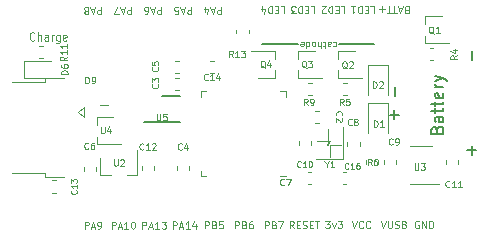
<source format=gbr>
G04 #@! TF.GenerationSoftware,KiCad,Pcbnew,(5.1.8-0-10_14)*
G04 #@! TF.CreationDate,2021-01-26T20:48:40-08:00*
G04 #@! TF.ProjectId,Compact,436f6d70-6163-4742-9e6b-696361645f70,rev?*
G04 #@! TF.SameCoordinates,Original*
G04 #@! TF.FileFunction,Legend,Top*
G04 #@! TF.FilePolarity,Positive*
%FSLAX46Y46*%
G04 Gerber Fmt 4.6, Leading zero omitted, Abs format (unit mm)*
G04 Created by KiCad (PCBNEW (5.1.8-0-10_14)) date 2021-01-26 20:48:40*
%MOMM*%
%LPD*%
G01*
G04 APERTURE LIST*
%ADD10C,0.110000*%
%ADD11C,0.150000*%
%ADD12C,0.100000*%
%ADD13C,0.120000*%
G04 APERTURE END LIST*
D10*
X127964285Y-92475000D02*
X127933333Y-92508333D01*
X127840476Y-92541666D01*
X127778571Y-92541666D01*
X127685714Y-92508333D01*
X127623809Y-92441666D01*
X127592857Y-92375000D01*
X127561904Y-92241666D01*
X127561904Y-92141666D01*
X127592857Y-92008333D01*
X127623809Y-91941666D01*
X127685714Y-91875000D01*
X127778571Y-91841666D01*
X127840476Y-91841666D01*
X127933333Y-91875000D01*
X127964285Y-91908333D01*
X128242857Y-92541666D02*
X128242857Y-91841666D01*
X128521428Y-92541666D02*
X128521428Y-92175000D01*
X128490476Y-92108333D01*
X128428571Y-92075000D01*
X128335714Y-92075000D01*
X128273809Y-92108333D01*
X128242857Y-92141666D01*
X129109523Y-92541666D02*
X129109523Y-92175000D01*
X129078571Y-92108333D01*
X129016666Y-92075000D01*
X128892857Y-92075000D01*
X128830952Y-92108333D01*
X129109523Y-92508333D02*
X129047619Y-92541666D01*
X128892857Y-92541666D01*
X128830952Y-92508333D01*
X128800000Y-92441666D01*
X128800000Y-92375000D01*
X128830952Y-92308333D01*
X128892857Y-92275000D01*
X129047619Y-92275000D01*
X129109523Y-92241666D01*
X129419047Y-92541666D02*
X129419047Y-92075000D01*
X129419047Y-92208333D02*
X129450000Y-92141666D01*
X129480952Y-92108333D01*
X129542857Y-92075000D01*
X129604761Y-92075000D01*
X130100000Y-92075000D02*
X130100000Y-92641666D01*
X130069047Y-92708333D01*
X130038095Y-92741666D01*
X129976190Y-92775000D01*
X129883333Y-92775000D01*
X129821428Y-92741666D01*
X130100000Y-92508333D02*
X130038095Y-92541666D01*
X129914285Y-92541666D01*
X129852380Y-92508333D01*
X129821428Y-92475000D01*
X129790476Y-92408333D01*
X129790476Y-92208333D01*
X129821428Y-92141666D01*
X129852380Y-92108333D01*
X129914285Y-92075000D01*
X130038095Y-92075000D01*
X130100000Y-92108333D01*
X130657142Y-92508333D02*
X130595238Y-92541666D01*
X130471428Y-92541666D01*
X130409523Y-92508333D01*
X130378571Y-92441666D01*
X130378571Y-92175000D01*
X130409523Y-92108333D01*
X130471428Y-92075000D01*
X130595238Y-92075000D01*
X130657142Y-92108333D01*
X130688095Y-92175000D01*
X130688095Y-92241666D01*
X130378571Y-92308333D01*
D11*
X150275000Y-92800000D02*
X147250000Y-92800000D01*
X153750000Y-92800000D02*
X156750000Y-92800000D01*
D12*
X153257142Y-92652380D02*
X153309523Y-92626190D01*
X153414285Y-92626190D01*
X153466666Y-92652380D01*
X153492857Y-92678571D01*
X153519047Y-92730952D01*
X153519047Y-92888095D01*
X153492857Y-92940476D01*
X153466666Y-92966666D01*
X153414285Y-92992857D01*
X153309523Y-92992857D01*
X153257142Y-92966666D01*
X152785714Y-92626190D02*
X152785714Y-92914285D01*
X152811904Y-92966666D01*
X152864285Y-92992857D01*
X152969047Y-92992857D01*
X153021428Y-92966666D01*
X152785714Y-92652380D02*
X152838095Y-92626190D01*
X152969047Y-92626190D01*
X153021428Y-92652380D01*
X153047619Y-92704761D01*
X153047619Y-92757142D01*
X153021428Y-92809523D01*
X152969047Y-92835714D01*
X152838095Y-92835714D01*
X152785714Y-92861904D01*
X152602380Y-92992857D02*
X152392857Y-92992857D01*
X152523809Y-93176190D02*
X152523809Y-92704761D01*
X152497619Y-92652380D01*
X152445238Y-92626190D01*
X152392857Y-92626190D01*
X152209523Y-92626190D02*
X152209523Y-93176190D01*
X151973809Y-92626190D02*
X151973809Y-92914285D01*
X152000000Y-92966666D01*
X152052380Y-92992857D01*
X152130952Y-92992857D01*
X152183333Y-92966666D01*
X152209523Y-92940476D01*
X151633333Y-92626190D02*
X151685714Y-92652380D01*
X151711904Y-92678571D01*
X151738095Y-92730952D01*
X151738095Y-92888095D01*
X151711904Y-92940476D01*
X151685714Y-92966666D01*
X151633333Y-92992857D01*
X151554761Y-92992857D01*
X151502380Y-92966666D01*
X151476190Y-92940476D01*
X151450000Y-92888095D01*
X151450000Y-92730952D01*
X151476190Y-92678571D01*
X151502380Y-92652380D01*
X151554761Y-92626190D01*
X151633333Y-92626190D01*
X150978571Y-92626190D02*
X150978571Y-93176190D01*
X150978571Y-92652380D02*
X151030952Y-92626190D01*
X151135714Y-92626190D01*
X151188095Y-92652380D01*
X151214285Y-92678571D01*
X151240476Y-92730952D01*
X151240476Y-92888095D01*
X151214285Y-92940476D01*
X151188095Y-92966666D01*
X151135714Y-92992857D01*
X151030952Y-92992857D01*
X150978571Y-92966666D01*
X150507142Y-92652380D02*
X150559523Y-92626190D01*
X150664285Y-92626190D01*
X150716666Y-92652380D01*
X150742857Y-92704761D01*
X150742857Y-92914285D01*
X150716666Y-92966666D01*
X150664285Y-92992857D01*
X150559523Y-92992857D01*
X150507142Y-92966666D01*
X150480952Y-92914285D01*
X150480952Y-92861904D01*
X150742857Y-92809523D01*
D11*
X164996428Y-94205952D02*
X164996428Y-93444047D01*
X164619047Y-101846428D02*
X165380952Y-101846428D01*
X165000000Y-102227380D02*
X165000000Y-101465476D01*
X152825000Y-101425000D02*
X153025000Y-101025000D01*
D12*
X152825000Y-101025000D02*
X152825000Y-100025000D01*
X151925000Y-101025000D02*
X152825000Y-101025000D01*
X153025000Y-101425000D02*
X153025000Y-102425000D01*
X153925000Y-101425000D02*
X153025000Y-101425000D01*
D13*
X159442857Y-89957857D02*
X159357142Y-89929285D01*
X159328571Y-89900714D01*
X159300000Y-89843571D01*
X159300000Y-89757857D01*
X159328571Y-89700714D01*
X159357142Y-89672142D01*
X159414285Y-89643571D01*
X159642857Y-89643571D01*
X159642857Y-90243571D01*
X159442857Y-90243571D01*
X159385714Y-90215000D01*
X159357142Y-90186428D01*
X159328571Y-90129285D01*
X159328571Y-90072142D01*
X159357142Y-90015000D01*
X159385714Y-89986428D01*
X159442857Y-89957857D01*
X159642857Y-89957857D01*
X159071428Y-89815000D02*
X158785714Y-89815000D01*
X159128571Y-89643571D02*
X158928571Y-90243571D01*
X158728571Y-89643571D01*
X158614285Y-90243571D02*
X158271428Y-90243571D01*
X158442857Y-89643571D02*
X158442857Y-90243571D01*
X158157142Y-90243571D02*
X157814285Y-90243571D01*
X157985714Y-89643571D02*
X157985714Y-90243571D01*
X157614285Y-89872142D02*
X157157142Y-89872142D01*
X157385714Y-89643571D02*
X157385714Y-90100714D01*
X156411428Y-89643571D02*
X156697142Y-89643571D01*
X156697142Y-90243571D01*
X156211428Y-89957857D02*
X156011428Y-89957857D01*
X155925714Y-89643571D02*
X156211428Y-89643571D01*
X156211428Y-90243571D01*
X155925714Y-90243571D01*
X155668571Y-89643571D02*
X155668571Y-90243571D01*
X155525714Y-90243571D01*
X155440000Y-90215000D01*
X155382857Y-90157857D01*
X155354285Y-90100714D01*
X155325714Y-89986428D01*
X155325714Y-89900714D01*
X155354285Y-89786428D01*
X155382857Y-89729285D01*
X155440000Y-89672142D01*
X155525714Y-89643571D01*
X155668571Y-89643571D01*
X154754285Y-89643571D02*
X155097142Y-89643571D01*
X154925714Y-89643571D02*
X154925714Y-90243571D01*
X154982857Y-90157857D01*
X155040000Y-90100714D01*
X155097142Y-90072142D01*
X153921428Y-89643571D02*
X154207142Y-89643571D01*
X154207142Y-90243571D01*
X153721428Y-89957857D02*
X153521428Y-89957857D01*
X153435714Y-89643571D02*
X153721428Y-89643571D01*
X153721428Y-90243571D01*
X153435714Y-90243571D01*
X153178571Y-89643571D02*
X153178571Y-90243571D01*
X153035714Y-90243571D01*
X152950000Y-90215000D01*
X152892857Y-90157857D01*
X152864285Y-90100714D01*
X152835714Y-89986428D01*
X152835714Y-89900714D01*
X152864285Y-89786428D01*
X152892857Y-89729285D01*
X152950000Y-89672142D01*
X153035714Y-89643571D01*
X153178571Y-89643571D01*
X152607142Y-90186428D02*
X152578571Y-90215000D01*
X152521428Y-90243571D01*
X152378571Y-90243571D01*
X152321428Y-90215000D01*
X152292857Y-90186428D01*
X152264285Y-90129285D01*
X152264285Y-90072142D01*
X152292857Y-89986428D01*
X152635714Y-89643571D01*
X152264285Y-89643571D01*
X151351428Y-89643571D02*
X151637142Y-89643571D01*
X151637142Y-90243571D01*
X151151428Y-89957857D02*
X150951428Y-89957857D01*
X150865714Y-89643571D02*
X151151428Y-89643571D01*
X151151428Y-90243571D01*
X150865714Y-90243571D01*
X150608571Y-89643571D02*
X150608571Y-90243571D01*
X150465714Y-90243571D01*
X150380000Y-90215000D01*
X150322857Y-90157857D01*
X150294285Y-90100714D01*
X150265714Y-89986428D01*
X150265714Y-89900714D01*
X150294285Y-89786428D01*
X150322857Y-89729285D01*
X150380000Y-89672142D01*
X150465714Y-89643571D01*
X150608571Y-89643571D01*
X150065714Y-90243571D02*
X149694285Y-90243571D01*
X149894285Y-90015000D01*
X149808571Y-90015000D01*
X149751428Y-89986428D01*
X149722857Y-89957857D01*
X149694285Y-89900714D01*
X149694285Y-89757857D01*
X149722857Y-89700714D01*
X149751428Y-89672142D01*
X149808571Y-89643571D01*
X149980000Y-89643571D01*
X150037142Y-89672142D01*
X150065714Y-89700714D01*
X148821428Y-89643571D02*
X149107142Y-89643571D01*
X149107142Y-90243571D01*
X148621428Y-89957857D02*
X148421428Y-89957857D01*
X148335714Y-89643571D02*
X148621428Y-89643571D01*
X148621428Y-90243571D01*
X148335714Y-90243571D01*
X148078571Y-89643571D02*
X148078571Y-90243571D01*
X147935714Y-90243571D01*
X147850000Y-90215000D01*
X147792857Y-90157857D01*
X147764285Y-90100714D01*
X147735714Y-89986428D01*
X147735714Y-89900714D01*
X147764285Y-89786428D01*
X147792857Y-89729285D01*
X147850000Y-89672142D01*
X147935714Y-89643571D01*
X148078571Y-89643571D01*
X147221428Y-90043571D02*
X147221428Y-89643571D01*
X147364285Y-90272142D02*
X147507142Y-89843571D01*
X147135714Y-89843571D01*
X132200000Y-108471428D02*
X132200000Y-107871428D01*
X132428571Y-107871428D01*
X132485714Y-107900000D01*
X132514285Y-107928571D01*
X132542857Y-107985714D01*
X132542857Y-108071428D01*
X132514285Y-108128571D01*
X132485714Y-108157142D01*
X132428571Y-108185714D01*
X132200000Y-108185714D01*
X132771428Y-108300000D02*
X133057142Y-108300000D01*
X132714285Y-108471428D02*
X132914285Y-107871428D01*
X133114285Y-108471428D01*
X133342857Y-108471428D02*
X133457142Y-108471428D01*
X133514285Y-108442857D01*
X133542857Y-108414285D01*
X133600000Y-108328571D01*
X133628571Y-108214285D01*
X133628571Y-107985714D01*
X133600000Y-107928571D01*
X133571428Y-107900000D01*
X133514285Y-107871428D01*
X133400000Y-107871428D01*
X133342857Y-107900000D01*
X133314285Y-107928571D01*
X133285714Y-107985714D01*
X133285714Y-108128571D01*
X133314285Y-108185714D01*
X133342857Y-108214285D01*
X133400000Y-108242857D01*
X133514285Y-108242857D01*
X133571428Y-108214285D01*
X133600000Y-108185714D01*
X133628571Y-108128571D01*
X134484285Y-108471428D02*
X134484285Y-107871428D01*
X134712857Y-107871428D01*
X134770000Y-107900000D01*
X134798571Y-107928571D01*
X134827142Y-107985714D01*
X134827142Y-108071428D01*
X134798571Y-108128571D01*
X134770000Y-108157142D01*
X134712857Y-108185714D01*
X134484285Y-108185714D01*
X135055714Y-108300000D02*
X135341428Y-108300000D01*
X134998571Y-108471428D02*
X135198571Y-107871428D01*
X135398571Y-108471428D01*
X135912857Y-108471428D02*
X135570000Y-108471428D01*
X135741428Y-108471428D02*
X135741428Y-107871428D01*
X135684285Y-107957142D01*
X135627142Y-108014285D01*
X135570000Y-108042857D01*
X136284285Y-107871428D02*
X136341428Y-107871428D01*
X136398571Y-107900000D01*
X136427142Y-107928571D01*
X136455714Y-107985714D01*
X136484285Y-108100000D01*
X136484285Y-108242857D01*
X136455714Y-108357142D01*
X136427142Y-108414285D01*
X136398571Y-108442857D01*
X136341428Y-108471428D01*
X136284285Y-108471428D01*
X136227142Y-108442857D01*
X136198571Y-108414285D01*
X136170000Y-108357142D01*
X136141428Y-108242857D01*
X136141428Y-108100000D01*
X136170000Y-107985714D01*
X136198571Y-107928571D01*
X136227142Y-107900000D01*
X136284285Y-107871428D01*
X137094285Y-108471428D02*
X137094285Y-107871428D01*
X137322857Y-107871428D01*
X137380000Y-107900000D01*
X137408571Y-107928571D01*
X137437142Y-107985714D01*
X137437142Y-108071428D01*
X137408571Y-108128571D01*
X137380000Y-108157142D01*
X137322857Y-108185714D01*
X137094285Y-108185714D01*
X137665714Y-108300000D02*
X137951428Y-108300000D01*
X137608571Y-108471428D02*
X137808571Y-107871428D01*
X138008571Y-108471428D01*
X138522857Y-108471428D02*
X138180000Y-108471428D01*
X138351428Y-108471428D02*
X138351428Y-107871428D01*
X138294285Y-107957142D01*
X138237142Y-108014285D01*
X138180000Y-108042857D01*
X138722857Y-107871428D02*
X139094285Y-107871428D01*
X138894285Y-108100000D01*
X138980000Y-108100000D01*
X139037142Y-108128571D01*
X139065714Y-108157142D01*
X139094285Y-108214285D01*
X139094285Y-108357142D01*
X139065714Y-108414285D01*
X139037142Y-108442857D01*
X138980000Y-108471428D01*
X138808571Y-108471428D01*
X138751428Y-108442857D01*
X138722857Y-108414285D01*
X160482857Y-107850000D02*
X160425714Y-107821428D01*
X160340000Y-107821428D01*
X160254285Y-107850000D01*
X160197142Y-107907142D01*
X160168571Y-107964285D01*
X160140000Y-108078571D01*
X160140000Y-108164285D01*
X160168571Y-108278571D01*
X160197142Y-108335714D01*
X160254285Y-108392857D01*
X160340000Y-108421428D01*
X160397142Y-108421428D01*
X160482857Y-108392857D01*
X160511428Y-108364285D01*
X160511428Y-108164285D01*
X160397142Y-108164285D01*
X160768571Y-108421428D02*
X160768571Y-107821428D01*
X161111428Y-108421428D01*
X161111428Y-107821428D01*
X161397142Y-108421428D02*
X161397142Y-107821428D01*
X161540000Y-107821428D01*
X161625714Y-107850000D01*
X161682857Y-107907142D01*
X161711428Y-107964285D01*
X161740000Y-108078571D01*
X161740000Y-108164285D01*
X161711428Y-108278571D01*
X161682857Y-108335714D01*
X161625714Y-108392857D01*
X161540000Y-108421428D01*
X161397142Y-108421428D01*
X143765000Y-89683571D02*
X143765000Y-90283571D01*
X143536428Y-90283571D01*
X143479285Y-90255000D01*
X143450714Y-90226428D01*
X143422142Y-90169285D01*
X143422142Y-90083571D01*
X143450714Y-90026428D01*
X143479285Y-89997857D01*
X143536428Y-89969285D01*
X143765000Y-89969285D01*
X143193571Y-89855000D02*
X142907857Y-89855000D01*
X143250714Y-89683571D02*
X143050714Y-90283571D01*
X142850714Y-89683571D01*
X142393571Y-90083571D02*
X142393571Y-89683571D01*
X142536428Y-90312142D02*
X142679285Y-89883571D01*
X142307857Y-89883571D01*
X141235000Y-89683571D02*
X141235000Y-90283571D01*
X141006428Y-90283571D01*
X140949285Y-90255000D01*
X140920714Y-90226428D01*
X140892142Y-90169285D01*
X140892142Y-90083571D01*
X140920714Y-90026428D01*
X140949285Y-89997857D01*
X141006428Y-89969285D01*
X141235000Y-89969285D01*
X140663571Y-89855000D02*
X140377857Y-89855000D01*
X140720714Y-89683571D02*
X140520714Y-90283571D01*
X140320714Y-89683571D01*
X139835000Y-90283571D02*
X140120714Y-90283571D01*
X140149285Y-89997857D01*
X140120714Y-90026428D01*
X140063571Y-90055000D01*
X139920714Y-90055000D01*
X139863571Y-90026428D01*
X139835000Y-89997857D01*
X139806428Y-89940714D01*
X139806428Y-89797857D01*
X139835000Y-89740714D01*
X139863571Y-89712142D01*
X139920714Y-89683571D01*
X140063571Y-89683571D01*
X140120714Y-89712142D01*
X140149285Y-89740714D01*
X138685000Y-89683571D02*
X138685000Y-90283571D01*
X138456428Y-90283571D01*
X138399285Y-90255000D01*
X138370714Y-90226428D01*
X138342142Y-90169285D01*
X138342142Y-90083571D01*
X138370714Y-90026428D01*
X138399285Y-89997857D01*
X138456428Y-89969285D01*
X138685000Y-89969285D01*
X138113571Y-89855000D02*
X137827857Y-89855000D01*
X138170714Y-89683571D02*
X137970714Y-90283571D01*
X137770714Y-89683571D01*
X137313571Y-90283571D02*
X137427857Y-90283571D01*
X137485000Y-90255000D01*
X137513571Y-90226428D01*
X137570714Y-90140714D01*
X137599285Y-90026428D01*
X137599285Y-89797857D01*
X137570714Y-89740714D01*
X137542142Y-89712142D01*
X137485000Y-89683571D01*
X137370714Y-89683571D01*
X137313571Y-89712142D01*
X137285000Y-89740714D01*
X137256428Y-89797857D01*
X137256428Y-89940714D01*
X137285000Y-89997857D01*
X137313571Y-90026428D01*
X137370714Y-90055000D01*
X137485000Y-90055000D01*
X137542142Y-90026428D01*
X137570714Y-89997857D01*
X137599285Y-89940714D01*
X136145000Y-89683571D02*
X136145000Y-90283571D01*
X135916428Y-90283571D01*
X135859285Y-90255000D01*
X135830714Y-90226428D01*
X135802142Y-90169285D01*
X135802142Y-90083571D01*
X135830714Y-90026428D01*
X135859285Y-89997857D01*
X135916428Y-89969285D01*
X136145000Y-89969285D01*
X135573571Y-89855000D02*
X135287857Y-89855000D01*
X135630714Y-89683571D02*
X135430714Y-90283571D01*
X135230714Y-89683571D01*
X135087857Y-90283571D02*
X134687857Y-90283571D01*
X134945000Y-89683571D01*
X133605000Y-89683571D02*
X133605000Y-90283571D01*
X133376428Y-90283571D01*
X133319285Y-90255000D01*
X133290714Y-90226428D01*
X133262142Y-90169285D01*
X133262142Y-90083571D01*
X133290714Y-90026428D01*
X133319285Y-89997857D01*
X133376428Y-89969285D01*
X133605000Y-89969285D01*
X133033571Y-89855000D02*
X132747857Y-89855000D01*
X133090714Y-89683571D02*
X132890714Y-90283571D01*
X132690714Y-89683571D01*
X132405000Y-90026428D02*
X132462142Y-90055000D01*
X132490714Y-90083571D01*
X132519285Y-90140714D01*
X132519285Y-90169285D01*
X132490714Y-90226428D01*
X132462142Y-90255000D01*
X132405000Y-90283571D01*
X132290714Y-90283571D01*
X132233571Y-90255000D01*
X132205000Y-90226428D01*
X132176428Y-90169285D01*
X132176428Y-90140714D01*
X132205000Y-90083571D01*
X132233571Y-90055000D01*
X132290714Y-90026428D01*
X132405000Y-90026428D01*
X132462142Y-89997857D01*
X132490714Y-89969285D01*
X132519285Y-89912142D01*
X132519285Y-89797857D01*
X132490714Y-89740714D01*
X132462142Y-89712142D01*
X132405000Y-89683571D01*
X132290714Y-89683571D01*
X132233571Y-89712142D01*
X132205000Y-89740714D01*
X132176428Y-89797857D01*
X132176428Y-89912142D01*
X132205000Y-89969285D01*
X132233571Y-89997857D01*
X132290714Y-90026428D01*
X157290000Y-107821428D02*
X157490000Y-108421428D01*
X157690000Y-107821428D01*
X157890000Y-107821428D02*
X157890000Y-108307142D01*
X157918571Y-108364285D01*
X157947142Y-108392857D01*
X158004285Y-108421428D01*
X158118571Y-108421428D01*
X158175714Y-108392857D01*
X158204285Y-108364285D01*
X158232857Y-108307142D01*
X158232857Y-107821428D01*
X158490000Y-108392857D02*
X158575714Y-108421428D01*
X158718571Y-108421428D01*
X158775714Y-108392857D01*
X158804285Y-108364285D01*
X158832857Y-108307142D01*
X158832857Y-108250000D01*
X158804285Y-108192857D01*
X158775714Y-108164285D01*
X158718571Y-108135714D01*
X158604285Y-108107142D01*
X158547142Y-108078571D01*
X158518571Y-108050000D01*
X158490000Y-107992857D01*
X158490000Y-107935714D01*
X158518571Y-107878571D01*
X158547142Y-107850000D01*
X158604285Y-107821428D01*
X158747142Y-107821428D01*
X158832857Y-107850000D01*
X159290000Y-108107142D02*
X159375714Y-108135714D01*
X159404285Y-108164285D01*
X159432857Y-108221428D01*
X159432857Y-108307142D01*
X159404285Y-108364285D01*
X159375714Y-108392857D01*
X159318571Y-108421428D01*
X159090000Y-108421428D01*
X159090000Y-107821428D01*
X159290000Y-107821428D01*
X159347142Y-107850000D01*
X159375714Y-107878571D01*
X159404285Y-107935714D01*
X159404285Y-107992857D01*
X159375714Y-108050000D01*
X159347142Y-108078571D01*
X159290000Y-108107142D01*
X159090000Y-108107142D01*
X154830000Y-107821428D02*
X155030000Y-108421428D01*
X155230000Y-107821428D01*
X155772857Y-108364285D02*
X155744285Y-108392857D01*
X155658571Y-108421428D01*
X155601428Y-108421428D01*
X155515714Y-108392857D01*
X155458571Y-108335714D01*
X155430000Y-108278571D01*
X155401428Y-108164285D01*
X155401428Y-108078571D01*
X155430000Y-107964285D01*
X155458571Y-107907142D01*
X155515714Y-107850000D01*
X155601428Y-107821428D01*
X155658571Y-107821428D01*
X155744285Y-107850000D01*
X155772857Y-107878571D01*
X156372857Y-108364285D02*
X156344285Y-108392857D01*
X156258571Y-108421428D01*
X156201428Y-108421428D01*
X156115714Y-108392857D01*
X156058571Y-108335714D01*
X156030000Y-108278571D01*
X156001428Y-108164285D01*
X156001428Y-108078571D01*
X156030000Y-107964285D01*
X156058571Y-107907142D01*
X156115714Y-107850000D01*
X156201428Y-107821428D01*
X156258571Y-107821428D01*
X156344285Y-107850000D01*
X156372857Y-107878571D01*
X152595714Y-107821428D02*
X152967142Y-107821428D01*
X152767142Y-108050000D01*
X152852857Y-108050000D01*
X152910000Y-108078571D01*
X152938571Y-108107142D01*
X152967142Y-108164285D01*
X152967142Y-108307142D01*
X152938571Y-108364285D01*
X152910000Y-108392857D01*
X152852857Y-108421428D01*
X152681428Y-108421428D01*
X152624285Y-108392857D01*
X152595714Y-108364285D01*
X153167142Y-108021428D02*
X153310000Y-108421428D01*
X153452857Y-108021428D01*
X153624285Y-107821428D02*
X153995714Y-107821428D01*
X153795714Y-108050000D01*
X153881428Y-108050000D01*
X153938571Y-108078571D01*
X153967142Y-108107142D01*
X153995714Y-108164285D01*
X153995714Y-108307142D01*
X153967142Y-108364285D01*
X153938571Y-108392857D01*
X153881428Y-108421428D01*
X153710000Y-108421428D01*
X153652857Y-108392857D01*
X153624285Y-108364285D01*
X149898571Y-108431428D02*
X149698571Y-108145714D01*
X149555714Y-108431428D02*
X149555714Y-107831428D01*
X149784285Y-107831428D01*
X149841428Y-107860000D01*
X149870000Y-107888571D01*
X149898571Y-107945714D01*
X149898571Y-108031428D01*
X149870000Y-108088571D01*
X149841428Y-108117142D01*
X149784285Y-108145714D01*
X149555714Y-108145714D01*
X150155714Y-108117142D02*
X150355714Y-108117142D01*
X150441428Y-108431428D02*
X150155714Y-108431428D01*
X150155714Y-107831428D01*
X150441428Y-107831428D01*
X150670000Y-108402857D02*
X150755714Y-108431428D01*
X150898571Y-108431428D01*
X150955714Y-108402857D01*
X150984285Y-108374285D01*
X151012857Y-108317142D01*
X151012857Y-108260000D01*
X150984285Y-108202857D01*
X150955714Y-108174285D01*
X150898571Y-108145714D01*
X150784285Y-108117142D01*
X150727142Y-108088571D01*
X150698571Y-108060000D01*
X150670000Y-108002857D01*
X150670000Y-107945714D01*
X150698571Y-107888571D01*
X150727142Y-107860000D01*
X150784285Y-107831428D01*
X150927142Y-107831428D01*
X151012857Y-107860000D01*
X151270000Y-108117142D02*
X151470000Y-108117142D01*
X151555714Y-108431428D02*
X151270000Y-108431428D01*
X151270000Y-107831428D01*
X151555714Y-107831428D01*
X151727142Y-107831428D02*
X152070000Y-107831428D01*
X151898571Y-108431428D02*
X151898571Y-107831428D01*
X147467142Y-108441428D02*
X147467142Y-107841428D01*
X147695714Y-107841428D01*
X147752857Y-107870000D01*
X147781428Y-107898571D01*
X147810000Y-107955714D01*
X147810000Y-108041428D01*
X147781428Y-108098571D01*
X147752857Y-108127142D01*
X147695714Y-108155714D01*
X147467142Y-108155714D01*
X148267142Y-108127142D02*
X148352857Y-108155714D01*
X148381428Y-108184285D01*
X148410000Y-108241428D01*
X148410000Y-108327142D01*
X148381428Y-108384285D01*
X148352857Y-108412857D01*
X148295714Y-108441428D01*
X148067142Y-108441428D01*
X148067142Y-107841428D01*
X148267142Y-107841428D01*
X148324285Y-107870000D01*
X148352857Y-107898571D01*
X148381428Y-107955714D01*
X148381428Y-108012857D01*
X148352857Y-108070000D01*
X148324285Y-108098571D01*
X148267142Y-108127142D01*
X148067142Y-108127142D01*
X148610000Y-107841428D02*
X149010000Y-107841428D01*
X148752857Y-108441428D01*
X144947142Y-108451428D02*
X144947142Y-107851428D01*
X145175714Y-107851428D01*
X145232857Y-107880000D01*
X145261428Y-107908571D01*
X145290000Y-107965714D01*
X145290000Y-108051428D01*
X145261428Y-108108571D01*
X145232857Y-108137142D01*
X145175714Y-108165714D01*
X144947142Y-108165714D01*
X145747142Y-108137142D02*
X145832857Y-108165714D01*
X145861428Y-108194285D01*
X145890000Y-108251428D01*
X145890000Y-108337142D01*
X145861428Y-108394285D01*
X145832857Y-108422857D01*
X145775714Y-108451428D01*
X145547142Y-108451428D01*
X145547142Y-107851428D01*
X145747142Y-107851428D01*
X145804285Y-107880000D01*
X145832857Y-107908571D01*
X145861428Y-107965714D01*
X145861428Y-108022857D01*
X145832857Y-108080000D01*
X145804285Y-108108571D01*
X145747142Y-108137142D01*
X145547142Y-108137142D01*
X146404285Y-107851428D02*
X146290000Y-107851428D01*
X146232857Y-107880000D01*
X146204285Y-107908571D01*
X146147142Y-107994285D01*
X146118571Y-108108571D01*
X146118571Y-108337142D01*
X146147142Y-108394285D01*
X146175714Y-108422857D01*
X146232857Y-108451428D01*
X146347142Y-108451428D01*
X146404285Y-108422857D01*
X146432857Y-108394285D01*
X146461428Y-108337142D01*
X146461428Y-108194285D01*
X146432857Y-108137142D01*
X146404285Y-108108571D01*
X146347142Y-108080000D01*
X146232857Y-108080000D01*
X146175714Y-108108571D01*
X146147142Y-108137142D01*
X146118571Y-108194285D01*
X142407142Y-108451428D02*
X142407142Y-107851428D01*
X142635714Y-107851428D01*
X142692857Y-107880000D01*
X142721428Y-107908571D01*
X142750000Y-107965714D01*
X142750000Y-108051428D01*
X142721428Y-108108571D01*
X142692857Y-108137142D01*
X142635714Y-108165714D01*
X142407142Y-108165714D01*
X143207142Y-108137142D02*
X143292857Y-108165714D01*
X143321428Y-108194285D01*
X143350000Y-108251428D01*
X143350000Y-108337142D01*
X143321428Y-108394285D01*
X143292857Y-108422857D01*
X143235714Y-108451428D01*
X143007142Y-108451428D01*
X143007142Y-107851428D01*
X143207142Y-107851428D01*
X143264285Y-107880000D01*
X143292857Y-107908571D01*
X143321428Y-107965714D01*
X143321428Y-108022857D01*
X143292857Y-108080000D01*
X143264285Y-108108571D01*
X143207142Y-108137142D01*
X143007142Y-108137142D01*
X143892857Y-107851428D02*
X143607142Y-107851428D01*
X143578571Y-108137142D01*
X143607142Y-108108571D01*
X143664285Y-108080000D01*
X143807142Y-108080000D01*
X143864285Y-108108571D01*
X143892857Y-108137142D01*
X143921428Y-108194285D01*
X143921428Y-108337142D01*
X143892857Y-108394285D01*
X143864285Y-108422857D01*
X143807142Y-108451428D01*
X143664285Y-108451428D01*
X143607142Y-108422857D01*
X143578571Y-108394285D01*
X139664285Y-108461428D02*
X139664285Y-107861428D01*
X139892857Y-107861428D01*
X139950000Y-107890000D01*
X139978571Y-107918571D01*
X140007142Y-107975714D01*
X140007142Y-108061428D01*
X139978571Y-108118571D01*
X139950000Y-108147142D01*
X139892857Y-108175714D01*
X139664285Y-108175714D01*
X140235714Y-108290000D02*
X140521428Y-108290000D01*
X140178571Y-108461428D02*
X140378571Y-107861428D01*
X140578571Y-108461428D01*
X141092857Y-108461428D02*
X140750000Y-108461428D01*
X140921428Y-108461428D02*
X140921428Y-107861428D01*
X140864285Y-107947142D01*
X140807142Y-108004285D01*
X140750000Y-108032857D01*
X141607142Y-108061428D02*
X141607142Y-108461428D01*
X141464285Y-107832857D02*
X141321428Y-108261428D01*
X141692857Y-108261428D01*
X133220000Y-99670000D02*
X133220000Y-99010000D01*
X133220000Y-101330000D02*
X133220000Y-100670000D01*
X133220000Y-101330000D02*
X135250000Y-101330000D01*
X134630000Y-99010000D02*
X133220000Y-99010000D01*
X133510000Y-98025000D02*
X134210000Y-98025000D01*
X157925000Y-97825000D02*
X157925000Y-100375000D01*
X156225000Y-97825000D02*
X156225000Y-100375000D01*
X157925000Y-97825000D02*
X156225000Y-97825000D01*
X157925000Y-94625000D02*
X157925000Y-97175000D01*
X156225000Y-94625000D02*
X156225000Y-97175000D01*
X157925000Y-94625000D02*
X156225000Y-94625000D01*
D11*
X137250000Y-99475000D02*
X140250000Y-99475000D01*
X138750000Y-97225000D02*
X140250000Y-97225000D01*
D13*
X142515000Y-104035000D02*
X142040000Y-104035000D01*
X142040000Y-104035000D02*
X142040000Y-103560000D01*
X148785000Y-96815000D02*
X149260000Y-96815000D01*
X149260000Y-96815000D02*
X149260000Y-97290000D01*
X142515000Y-96815000D02*
X142040000Y-96815000D01*
X142040000Y-96815000D02*
X142040000Y-97290000D01*
X148785000Y-104035000D02*
X149260000Y-104035000D01*
X153695000Y-94075000D02*
X153695000Y-93415000D01*
X153695000Y-95735000D02*
X153695000Y-95075000D01*
X153695000Y-95735000D02*
X155725000Y-95735000D01*
X155105000Y-93415000D02*
X153695000Y-93415000D01*
X145065000Y-91937779D02*
X145065000Y-91612221D01*
X146085000Y-91937779D02*
X146085000Y-91612221D01*
X151112221Y-96115000D02*
X151437779Y-96115000D01*
X151112221Y-97135000D02*
X151437779Y-97135000D01*
X154407779Y-97135000D02*
X154082221Y-97135000D01*
X154407779Y-96115000D02*
X154082221Y-96115000D01*
X161417221Y-93160000D02*
X161742779Y-93160000D01*
X161417221Y-94180000D02*
X161742779Y-94180000D01*
X148330000Y-95075000D02*
X148330000Y-95735000D01*
X148330000Y-93415000D02*
X148330000Y-94075000D01*
X148330000Y-93415000D02*
X146300000Y-93415000D01*
X146920000Y-95735000D02*
X148330000Y-95735000D01*
X150270000Y-94075000D02*
X150270000Y-93415000D01*
X150270000Y-95735000D02*
X150270000Y-95075000D01*
X150270000Y-95735000D02*
X152300000Y-95735000D01*
X151680000Y-93415000D02*
X150270000Y-93415000D01*
X161060000Y-91130000D02*
X161060000Y-90470000D01*
X161060000Y-92790000D02*
X161060000Y-92130000D01*
X161060000Y-92790000D02*
X163090000Y-92790000D01*
X162470000Y-90470000D02*
X161060000Y-90470000D01*
X161590000Y-101490000D02*
X159790000Y-101490000D01*
X159790000Y-104710000D02*
X162240000Y-104710000D01*
X128387221Y-93005000D02*
X128712779Y-93005000D01*
X128387221Y-94025000D02*
X128712779Y-94025000D01*
X157085000Y-102662221D02*
X157085000Y-102987779D01*
X156065000Y-102662221D02*
X156065000Y-102987779D01*
X129350000Y-94240000D02*
X127065000Y-94240000D01*
X127065000Y-94240000D02*
X127065000Y-95710000D01*
X127065000Y-95710000D02*
X129350000Y-95710000D01*
X163835000Y-102642221D02*
X163835000Y-102967779D01*
X162815000Y-102642221D02*
X162815000Y-102967779D01*
X158560000Y-102662221D02*
X158560000Y-102987779D01*
X157540000Y-102662221D02*
X157540000Y-102987779D01*
X140040000Y-103512779D02*
X140040000Y-103187221D01*
X141060000Y-103512779D02*
X141060000Y-103187221D01*
X137080000Y-103512779D02*
X137080000Y-103187221D01*
X138100000Y-103512779D02*
X138100000Y-103187221D01*
X151775000Y-102575000D02*
X154075000Y-102575000D01*
X154075000Y-102575000D02*
X154075000Y-99875000D01*
X133525000Y-103955000D02*
X134455000Y-103955000D01*
X136685000Y-103955000D02*
X135755000Y-103955000D01*
X136685000Y-103955000D02*
X136685000Y-101795000D01*
X133525000Y-103955000D02*
X133525000Y-102495000D01*
X128890000Y-95755000D02*
X130440000Y-95755000D01*
X128890000Y-95755000D02*
X128890000Y-96055000D01*
X126090000Y-96055000D02*
X128890000Y-96055000D01*
X128890000Y-104055000D02*
X130440000Y-104055000D01*
X128890000Y-103755000D02*
X128890000Y-104055000D01*
X126090000Y-103755000D02*
X128890000Y-103755000D01*
X132140000Y-99005000D02*
X131690000Y-98605000D01*
X132140000Y-98205000D02*
X132140000Y-99005000D01*
X131690000Y-98605000D02*
X132140000Y-98205000D01*
X154047221Y-103655000D02*
X154372779Y-103655000D01*
X154047221Y-104675000D02*
X154372779Y-104675000D01*
X143187779Y-95260000D02*
X142862221Y-95260000D01*
X143187779Y-94240000D02*
X142862221Y-94240000D01*
X129762779Y-104390000D02*
X129437221Y-104390000D01*
X129762779Y-105410000D02*
X129437221Y-105410000D01*
X151385000Y-101087221D02*
X151385000Y-101412779D01*
X150365000Y-101087221D02*
X150365000Y-101412779D01*
X155485000Y-101462779D02*
X155485000Y-101137221D01*
X154465000Y-101462779D02*
X154465000Y-101137221D01*
X151412779Y-104680000D02*
X151087221Y-104680000D01*
X151412779Y-103660000D02*
X151087221Y-103660000D01*
X132115000Y-103562779D02*
X132115000Y-103237221D01*
X133135000Y-103562779D02*
X133135000Y-103237221D01*
X139887221Y-94240000D02*
X140212779Y-94240000D01*
X139887221Y-95260000D02*
X140212779Y-95260000D01*
X139887221Y-95700000D02*
X140212779Y-95700000D01*
X139887221Y-96720000D02*
X140212779Y-96720000D01*
X151712221Y-98515000D02*
X152037779Y-98515000D01*
X151712221Y-99535000D02*
X152037779Y-99535000D01*
D12*
X133580952Y-99843809D02*
X133580952Y-100289047D01*
X133607142Y-100341428D01*
X133633333Y-100367619D01*
X133685714Y-100393809D01*
X133790476Y-100393809D01*
X133842857Y-100367619D01*
X133869047Y-100341428D01*
X133895238Y-100289047D01*
X133895238Y-99843809D01*
X134392857Y-100027142D02*
X134392857Y-100393809D01*
X134261904Y-99817619D02*
X134130952Y-100210476D01*
X134471428Y-100210476D01*
X132269047Y-96173809D02*
X132269047Y-95623809D01*
X132400000Y-95623809D01*
X132478571Y-95650000D01*
X132530952Y-95702380D01*
X132557142Y-95754761D01*
X132583333Y-95859523D01*
X132583333Y-95938095D01*
X132557142Y-96042857D01*
X132530952Y-96095238D01*
X132478571Y-96147619D01*
X132400000Y-96173809D01*
X132269047Y-96173809D01*
X132845238Y-96173809D02*
X132950000Y-96173809D01*
X133002380Y-96147619D01*
X133028571Y-96121428D01*
X133080952Y-96042857D01*
X133107142Y-95938095D01*
X133107142Y-95728571D01*
X133080952Y-95676190D01*
X133054761Y-95650000D01*
X133002380Y-95623809D01*
X132897619Y-95623809D01*
X132845238Y-95650000D01*
X132819047Y-95676190D01*
X132792857Y-95728571D01*
X132792857Y-95859523D01*
X132819047Y-95911904D01*
X132845238Y-95938095D01*
X132897619Y-95964285D01*
X133002380Y-95964285D01*
X133054761Y-95938095D01*
X133080952Y-95911904D01*
X133107142Y-95859523D01*
D11*
X162038571Y-100086428D02*
X162086190Y-99943571D01*
X162133809Y-99895952D01*
X162229047Y-99848333D01*
X162371904Y-99848333D01*
X162467142Y-99895952D01*
X162514761Y-99943571D01*
X162562380Y-100038809D01*
X162562380Y-100419761D01*
X161562380Y-100419761D01*
X161562380Y-100086428D01*
X161610000Y-99991190D01*
X161657619Y-99943571D01*
X161752857Y-99895952D01*
X161848095Y-99895952D01*
X161943333Y-99943571D01*
X161990952Y-99991190D01*
X162038571Y-100086428D01*
X162038571Y-100419761D01*
X162562380Y-98991190D02*
X162038571Y-98991190D01*
X161943333Y-99038809D01*
X161895714Y-99134047D01*
X161895714Y-99324523D01*
X161943333Y-99419761D01*
X162514761Y-98991190D02*
X162562380Y-99086428D01*
X162562380Y-99324523D01*
X162514761Y-99419761D01*
X162419523Y-99467380D01*
X162324285Y-99467380D01*
X162229047Y-99419761D01*
X162181428Y-99324523D01*
X162181428Y-99086428D01*
X162133809Y-98991190D01*
X161895714Y-98657857D02*
X161895714Y-98276904D01*
X161562380Y-98515000D02*
X162419523Y-98515000D01*
X162514761Y-98467380D01*
X162562380Y-98372142D01*
X162562380Y-98276904D01*
X161895714Y-98086428D02*
X161895714Y-97705476D01*
X161562380Y-97943571D02*
X162419523Y-97943571D01*
X162514761Y-97895952D01*
X162562380Y-97800714D01*
X162562380Y-97705476D01*
X162514761Y-96991190D02*
X162562380Y-97086428D01*
X162562380Y-97276904D01*
X162514761Y-97372142D01*
X162419523Y-97419761D01*
X162038571Y-97419761D01*
X161943333Y-97372142D01*
X161895714Y-97276904D01*
X161895714Y-97086428D01*
X161943333Y-96991190D01*
X162038571Y-96943571D01*
X162133809Y-96943571D01*
X162229047Y-97419761D01*
X162562380Y-96515000D02*
X161895714Y-96515000D01*
X162086190Y-96515000D02*
X161990952Y-96467380D01*
X161943333Y-96419761D01*
X161895714Y-96324523D01*
X161895714Y-96229285D01*
X161895714Y-95991190D02*
X162562380Y-95753095D01*
X161895714Y-95515000D02*
X162562380Y-95753095D01*
X162800476Y-95848333D01*
X162848095Y-95895952D01*
X162895714Y-95991190D01*
X158431428Y-99220952D02*
X158431428Y-98459047D01*
X158812380Y-98840000D02*
X158050476Y-98840000D01*
X158506428Y-97220952D02*
X158506428Y-96459047D01*
D12*
X156694047Y-99848809D02*
X156694047Y-99298809D01*
X156825000Y-99298809D01*
X156903571Y-99325000D01*
X156955952Y-99377380D01*
X156982142Y-99429761D01*
X157008333Y-99534523D01*
X157008333Y-99613095D01*
X156982142Y-99717857D01*
X156955952Y-99770238D01*
X156903571Y-99822619D01*
X156825000Y-99848809D01*
X156694047Y-99848809D01*
X157532142Y-99848809D02*
X157217857Y-99848809D01*
X157375000Y-99848809D02*
X157375000Y-99298809D01*
X157322619Y-99377380D01*
X157270238Y-99429761D01*
X157217857Y-99455952D01*
X156619047Y-96548809D02*
X156619047Y-95998809D01*
X156750000Y-95998809D01*
X156828571Y-96025000D01*
X156880952Y-96077380D01*
X156907142Y-96129761D01*
X156933333Y-96234523D01*
X156933333Y-96313095D01*
X156907142Y-96417857D01*
X156880952Y-96470238D01*
X156828571Y-96522619D01*
X156750000Y-96548809D01*
X156619047Y-96548809D01*
X157142857Y-96051190D02*
X157169047Y-96025000D01*
X157221428Y-95998809D01*
X157352380Y-95998809D01*
X157404761Y-96025000D01*
X157430952Y-96051190D01*
X157457142Y-96103571D01*
X157457142Y-96155952D01*
X157430952Y-96234523D01*
X157116666Y-96548809D01*
X157457142Y-96548809D01*
X138305952Y-98748809D02*
X138305952Y-99194047D01*
X138332142Y-99246428D01*
X138358333Y-99272619D01*
X138410714Y-99298809D01*
X138515476Y-99298809D01*
X138567857Y-99272619D01*
X138594047Y-99246428D01*
X138620238Y-99194047D01*
X138620238Y-98748809D01*
X139144047Y-98748809D02*
X138882142Y-98748809D01*
X138855952Y-99010714D01*
X138882142Y-98984523D01*
X138934523Y-98958333D01*
X139065476Y-98958333D01*
X139117857Y-98984523D01*
X139144047Y-99010714D01*
X139170238Y-99063095D01*
X139170238Y-99194047D01*
X139144047Y-99246428D01*
X139117857Y-99272619D01*
X139065476Y-99298809D01*
X138934523Y-99298809D01*
X138882142Y-99272619D01*
X138855952Y-99246428D01*
X154422619Y-94906190D02*
X154370238Y-94880000D01*
X154317857Y-94827619D01*
X154239285Y-94749047D01*
X154186904Y-94722857D01*
X154134523Y-94722857D01*
X154160714Y-94853809D02*
X154108333Y-94827619D01*
X154055952Y-94775238D01*
X154029761Y-94670476D01*
X154029761Y-94487142D01*
X154055952Y-94382380D01*
X154108333Y-94330000D01*
X154160714Y-94303809D01*
X154265476Y-94303809D01*
X154317857Y-94330000D01*
X154370238Y-94382380D01*
X154396428Y-94487142D01*
X154396428Y-94670476D01*
X154370238Y-94775238D01*
X154317857Y-94827619D01*
X154265476Y-94853809D01*
X154160714Y-94853809D01*
X154605952Y-94356190D02*
X154632142Y-94330000D01*
X154684523Y-94303809D01*
X154815476Y-94303809D01*
X154867857Y-94330000D01*
X154894047Y-94356190D01*
X154920238Y-94408571D01*
X154920238Y-94460952D01*
X154894047Y-94539523D01*
X154579761Y-94853809D01*
X154920238Y-94853809D01*
X144771428Y-93948809D02*
X144588095Y-93686904D01*
X144457142Y-93948809D02*
X144457142Y-93398809D01*
X144666666Y-93398809D01*
X144719047Y-93425000D01*
X144745238Y-93451190D01*
X144771428Y-93503571D01*
X144771428Y-93582142D01*
X144745238Y-93634523D01*
X144719047Y-93660714D01*
X144666666Y-93686904D01*
X144457142Y-93686904D01*
X145295238Y-93948809D02*
X144980952Y-93948809D01*
X145138095Y-93948809D02*
X145138095Y-93398809D01*
X145085714Y-93477380D01*
X145033333Y-93529761D01*
X144980952Y-93555952D01*
X145478571Y-93398809D02*
X145819047Y-93398809D01*
X145635714Y-93608333D01*
X145714285Y-93608333D01*
X145766666Y-93634523D01*
X145792857Y-93660714D01*
X145819047Y-93713095D01*
X145819047Y-93844047D01*
X145792857Y-93896428D01*
X145766666Y-93922619D01*
X145714285Y-93948809D01*
X145557142Y-93948809D01*
X145504761Y-93922619D01*
X145478571Y-93896428D01*
X151083333Y-97998809D02*
X150900000Y-97736904D01*
X150769047Y-97998809D02*
X150769047Y-97448809D01*
X150978571Y-97448809D01*
X151030952Y-97475000D01*
X151057142Y-97501190D01*
X151083333Y-97553571D01*
X151083333Y-97632142D01*
X151057142Y-97684523D01*
X151030952Y-97710714D01*
X150978571Y-97736904D01*
X150769047Y-97736904D01*
X151345238Y-97998809D02*
X151450000Y-97998809D01*
X151502380Y-97972619D01*
X151528571Y-97946428D01*
X151580952Y-97867857D01*
X151607142Y-97763095D01*
X151607142Y-97553571D01*
X151580952Y-97501190D01*
X151554761Y-97475000D01*
X151502380Y-97448809D01*
X151397619Y-97448809D01*
X151345238Y-97475000D01*
X151319047Y-97501190D01*
X151292857Y-97553571D01*
X151292857Y-97684523D01*
X151319047Y-97736904D01*
X151345238Y-97763095D01*
X151397619Y-97789285D01*
X151502380Y-97789285D01*
X151554761Y-97763095D01*
X151580952Y-97736904D01*
X151607142Y-97684523D01*
X154133333Y-97998809D02*
X153950000Y-97736904D01*
X153819047Y-97998809D02*
X153819047Y-97448809D01*
X154028571Y-97448809D01*
X154080952Y-97475000D01*
X154107142Y-97501190D01*
X154133333Y-97553571D01*
X154133333Y-97632142D01*
X154107142Y-97684523D01*
X154080952Y-97710714D01*
X154028571Y-97736904D01*
X153819047Y-97736904D01*
X154630952Y-97448809D02*
X154369047Y-97448809D01*
X154342857Y-97710714D01*
X154369047Y-97684523D01*
X154421428Y-97658333D01*
X154552380Y-97658333D01*
X154604761Y-97684523D01*
X154630952Y-97710714D01*
X154657142Y-97763095D01*
X154657142Y-97894047D01*
X154630952Y-97946428D01*
X154604761Y-97972619D01*
X154552380Y-97998809D01*
X154421428Y-97998809D01*
X154369047Y-97972619D01*
X154342857Y-97946428D01*
X163723809Y-93791666D02*
X163461904Y-93975000D01*
X163723809Y-94105952D02*
X163173809Y-94105952D01*
X163173809Y-93896428D01*
X163200000Y-93844047D01*
X163226190Y-93817857D01*
X163278571Y-93791666D01*
X163357142Y-93791666D01*
X163409523Y-93817857D01*
X163435714Y-93844047D01*
X163461904Y-93896428D01*
X163461904Y-94105952D01*
X163357142Y-93320238D02*
X163723809Y-93320238D01*
X163147619Y-93451190D02*
X163540476Y-93582142D01*
X163540476Y-93241666D01*
X147497619Y-94846190D02*
X147445238Y-94820000D01*
X147392857Y-94767619D01*
X147314285Y-94689047D01*
X147261904Y-94662857D01*
X147209523Y-94662857D01*
X147235714Y-94793809D02*
X147183333Y-94767619D01*
X147130952Y-94715238D01*
X147104761Y-94610476D01*
X147104761Y-94427142D01*
X147130952Y-94322380D01*
X147183333Y-94270000D01*
X147235714Y-94243809D01*
X147340476Y-94243809D01*
X147392857Y-94270000D01*
X147445238Y-94322380D01*
X147471428Y-94427142D01*
X147471428Y-94610476D01*
X147445238Y-94715238D01*
X147392857Y-94767619D01*
X147340476Y-94793809D01*
X147235714Y-94793809D01*
X147942857Y-94427142D02*
X147942857Y-94793809D01*
X147811904Y-94217619D02*
X147680952Y-94610476D01*
X148021428Y-94610476D01*
X150997619Y-94856190D02*
X150945238Y-94830000D01*
X150892857Y-94777619D01*
X150814285Y-94699047D01*
X150761904Y-94672857D01*
X150709523Y-94672857D01*
X150735714Y-94803809D02*
X150683333Y-94777619D01*
X150630952Y-94725238D01*
X150604761Y-94620476D01*
X150604761Y-94437142D01*
X150630952Y-94332380D01*
X150683333Y-94280000D01*
X150735714Y-94253809D01*
X150840476Y-94253809D01*
X150892857Y-94280000D01*
X150945238Y-94332380D01*
X150971428Y-94437142D01*
X150971428Y-94620476D01*
X150945238Y-94725238D01*
X150892857Y-94777619D01*
X150840476Y-94803809D01*
X150735714Y-94803809D01*
X151154761Y-94253809D02*
X151495238Y-94253809D01*
X151311904Y-94463333D01*
X151390476Y-94463333D01*
X151442857Y-94489523D01*
X151469047Y-94515714D01*
X151495238Y-94568095D01*
X151495238Y-94699047D01*
X151469047Y-94751428D01*
X151442857Y-94777619D01*
X151390476Y-94803809D01*
X151233333Y-94803809D01*
X151180952Y-94777619D01*
X151154761Y-94751428D01*
X161767619Y-91961190D02*
X161715238Y-91935000D01*
X161662857Y-91882619D01*
X161584285Y-91804047D01*
X161531904Y-91777857D01*
X161479523Y-91777857D01*
X161505714Y-91908809D02*
X161453333Y-91882619D01*
X161400952Y-91830238D01*
X161374761Y-91725476D01*
X161374761Y-91542142D01*
X161400952Y-91437380D01*
X161453333Y-91385000D01*
X161505714Y-91358809D01*
X161610476Y-91358809D01*
X161662857Y-91385000D01*
X161715238Y-91437380D01*
X161741428Y-91542142D01*
X161741428Y-91725476D01*
X161715238Y-91830238D01*
X161662857Y-91882619D01*
X161610476Y-91908809D01*
X161505714Y-91908809D01*
X162265238Y-91908809D02*
X161950952Y-91908809D01*
X162108095Y-91908809D02*
X162108095Y-91358809D01*
X162055714Y-91437380D01*
X162003333Y-91489761D01*
X161950952Y-91515952D01*
X160145952Y-102948809D02*
X160145952Y-103394047D01*
X160172142Y-103446428D01*
X160198333Y-103472619D01*
X160250714Y-103498809D01*
X160355476Y-103498809D01*
X160407857Y-103472619D01*
X160434047Y-103446428D01*
X160460238Y-103394047D01*
X160460238Y-102948809D01*
X160669761Y-102948809D02*
X161010238Y-102948809D01*
X160826904Y-103158333D01*
X160905476Y-103158333D01*
X160957857Y-103184523D01*
X160984047Y-103210714D01*
X161010238Y-103263095D01*
X161010238Y-103394047D01*
X160984047Y-103446428D01*
X160957857Y-103472619D01*
X160905476Y-103498809D01*
X160748333Y-103498809D01*
X160695952Y-103472619D01*
X160669761Y-103446428D01*
X130688809Y-93898571D02*
X130426904Y-94081904D01*
X130688809Y-94212857D02*
X130138809Y-94212857D01*
X130138809Y-94003333D01*
X130165000Y-93950952D01*
X130191190Y-93924761D01*
X130243571Y-93898571D01*
X130322142Y-93898571D01*
X130374523Y-93924761D01*
X130400714Y-93950952D01*
X130426904Y-94003333D01*
X130426904Y-94212857D01*
X130688809Y-93374761D02*
X130688809Y-93689047D01*
X130688809Y-93531904D02*
X130138809Y-93531904D01*
X130217380Y-93584285D01*
X130269761Y-93636666D01*
X130295952Y-93689047D01*
X130688809Y-92850952D02*
X130688809Y-93165238D01*
X130688809Y-93008095D02*
X130138809Y-93008095D01*
X130217380Y-93060476D01*
X130269761Y-93112857D01*
X130295952Y-93165238D01*
X156501666Y-103071190D02*
X156335000Y-102833095D01*
X156215952Y-103071190D02*
X156215952Y-102571190D01*
X156406428Y-102571190D01*
X156454047Y-102595000D01*
X156477857Y-102618809D01*
X156501666Y-102666428D01*
X156501666Y-102737857D01*
X156477857Y-102785476D01*
X156454047Y-102809285D01*
X156406428Y-102833095D01*
X156215952Y-102833095D01*
X156930238Y-102571190D02*
X156835000Y-102571190D01*
X156787380Y-102595000D01*
X156763571Y-102618809D01*
X156715952Y-102690238D01*
X156692142Y-102785476D01*
X156692142Y-102975952D01*
X156715952Y-103023571D01*
X156739761Y-103047380D01*
X156787380Y-103071190D01*
X156882619Y-103071190D01*
X156930238Y-103047380D01*
X156954047Y-103023571D01*
X156977857Y-102975952D01*
X156977857Y-102856904D01*
X156954047Y-102809285D01*
X156930238Y-102785476D01*
X156882619Y-102761666D01*
X156787380Y-102761666D01*
X156739761Y-102785476D01*
X156715952Y-102809285D01*
X156692142Y-102856904D01*
X130768809Y-95380952D02*
X130218809Y-95380952D01*
X130218809Y-95250000D01*
X130245000Y-95171428D01*
X130297380Y-95119047D01*
X130349761Y-95092857D01*
X130454523Y-95066666D01*
X130533095Y-95066666D01*
X130637857Y-95092857D01*
X130690238Y-95119047D01*
X130742619Y-95171428D01*
X130768809Y-95250000D01*
X130768809Y-95380952D01*
X130218809Y-94595238D02*
X130218809Y-94700000D01*
X130245000Y-94752380D01*
X130271190Y-94778571D01*
X130349761Y-94830952D01*
X130454523Y-94857142D01*
X130664047Y-94857142D01*
X130716428Y-94830952D01*
X130742619Y-94804761D01*
X130768809Y-94752380D01*
X130768809Y-94647619D01*
X130742619Y-94595238D01*
X130716428Y-94569047D01*
X130664047Y-94542857D01*
X130533095Y-94542857D01*
X130480714Y-94569047D01*
X130454523Y-94595238D01*
X130428333Y-94647619D01*
X130428333Y-94752380D01*
X130454523Y-94804761D01*
X130480714Y-94830952D01*
X130533095Y-94857142D01*
X163096428Y-104901428D02*
X163070238Y-104927619D01*
X162991666Y-104953809D01*
X162939285Y-104953809D01*
X162860714Y-104927619D01*
X162808333Y-104875238D01*
X162782142Y-104822857D01*
X162755952Y-104718095D01*
X162755952Y-104639523D01*
X162782142Y-104534761D01*
X162808333Y-104482380D01*
X162860714Y-104430000D01*
X162939285Y-104403809D01*
X162991666Y-104403809D01*
X163070238Y-104430000D01*
X163096428Y-104456190D01*
X163620238Y-104953809D02*
X163305952Y-104953809D01*
X163463095Y-104953809D02*
X163463095Y-104403809D01*
X163410714Y-104482380D01*
X163358333Y-104534761D01*
X163305952Y-104560952D01*
X164144047Y-104953809D02*
X163829761Y-104953809D01*
X163986904Y-104953809D02*
X163986904Y-104403809D01*
X163934523Y-104482380D01*
X163882142Y-104534761D01*
X163829761Y-104560952D01*
X158293333Y-101316428D02*
X158267142Y-101342619D01*
X158188571Y-101368809D01*
X158136190Y-101368809D01*
X158057619Y-101342619D01*
X158005238Y-101290238D01*
X157979047Y-101237857D01*
X157952857Y-101133095D01*
X157952857Y-101054523D01*
X157979047Y-100949761D01*
X158005238Y-100897380D01*
X158057619Y-100845000D01*
X158136190Y-100818809D01*
X158188571Y-100818809D01*
X158267142Y-100845000D01*
X158293333Y-100871190D01*
X158555238Y-101368809D02*
X158660000Y-101368809D01*
X158712380Y-101342619D01*
X158738571Y-101316428D01*
X158790952Y-101237857D01*
X158817142Y-101133095D01*
X158817142Y-100923571D01*
X158790952Y-100871190D01*
X158764761Y-100845000D01*
X158712380Y-100818809D01*
X158607619Y-100818809D01*
X158555238Y-100845000D01*
X158529047Y-100871190D01*
X158502857Y-100923571D01*
X158502857Y-101054523D01*
X158529047Y-101106904D01*
X158555238Y-101133095D01*
X158607619Y-101159285D01*
X158712380Y-101159285D01*
X158764761Y-101133095D01*
X158790952Y-101106904D01*
X158817142Y-101054523D01*
X140443333Y-101736428D02*
X140417142Y-101762619D01*
X140338571Y-101788809D01*
X140286190Y-101788809D01*
X140207619Y-101762619D01*
X140155238Y-101710238D01*
X140129047Y-101657857D01*
X140102857Y-101553095D01*
X140102857Y-101474523D01*
X140129047Y-101369761D01*
X140155238Y-101317380D01*
X140207619Y-101265000D01*
X140286190Y-101238809D01*
X140338571Y-101238809D01*
X140417142Y-101265000D01*
X140443333Y-101291190D01*
X140914761Y-101422142D02*
X140914761Y-101788809D01*
X140783809Y-101212619D02*
X140652857Y-101605476D01*
X140993333Y-101605476D01*
X137186428Y-101736428D02*
X137160238Y-101762619D01*
X137081666Y-101788809D01*
X137029285Y-101788809D01*
X136950714Y-101762619D01*
X136898333Y-101710238D01*
X136872142Y-101657857D01*
X136845952Y-101553095D01*
X136845952Y-101474523D01*
X136872142Y-101369761D01*
X136898333Y-101317380D01*
X136950714Y-101265000D01*
X137029285Y-101238809D01*
X137081666Y-101238809D01*
X137160238Y-101265000D01*
X137186428Y-101291190D01*
X137710238Y-101788809D02*
X137395952Y-101788809D01*
X137553095Y-101788809D02*
X137553095Y-101238809D01*
X137500714Y-101317380D01*
X137448333Y-101369761D01*
X137395952Y-101395952D01*
X137919761Y-101291190D02*
X137945952Y-101265000D01*
X137998333Y-101238809D01*
X138129285Y-101238809D01*
X138181666Y-101265000D01*
X138207857Y-101291190D01*
X138234047Y-101343571D01*
X138234047Y-101395952D01*
X138207857Y-101474523D01*
X137893571Y-101788809D01*
X138234047Y-101788809D01*
X152688095Y-103011904D02*
X152688095Y-103273809D01*
X152504761Y-102723809D02*
X152688095Y-103011904D01*
X152871428Y-102723809D01*
X153342857Y-103273809D02*
X153028571Y-103273809D01*
X153185714Y-103273809D02*
X153185714Y-102723809D01*
X153133333Y-102802380D01*
X153080952Y-102854761D01*
X153028571Y-102880952D01*
X134685952Y-102593809D02*
X134685952Y-103039047D01*
X134712142Y-103091428D01*
X134738333Y-103117619D01*
X134790714Y-103143809D01*
X134895476Y-103143809D01*
X134947857Y-103117619D01*
X134974047Y-103091428D01*
X135000238Y-103039047D01*
X135000238Y-102593809D01*
X135235952Y-102646190D02*
X135262142Y-102620000D01*
X135314523Y-102593809D01*
X135445476Y-102593809D01*
X135497857Y-102620000D01*
X135524047Y-102646190D01*
X135550238Y-102698571D01*
X135550238Y-102750952D01*
X135524047Y-102829523D01*
X135209761Y-103143809D01*
X135550238Y-103143809D01*
X154543571Y-103363571D02*
X154519761Y-103387380D01*
X154448333Y-103411190D01*
X154400714Y-103411190D01*
X154329285Y-103387380D01*
X154281666Y-103339761D01*
X154257857Y-103292142D01*
X154234047Y-103196904D01*
X154234047Y-103125476D01*
X154257857Y-103030238D01*
X154281666Y-102982619D01*
X154329285Y-102935000D01*
X154400714Y-102911190D01*
X154448333Y-102911190D01*
X154519761Y-102935000D01*
X154543571Y-102958809D01*
X155019761Y-103411190D02*
X154734047Y-103411190D01*
X154876904Y-103411190D02*
X154876904Y-102911190D01*
X154829285Y-102982619D01*
X154781666Y-103030238D01*
X154734047Y-103054047D01*
X155448333Y-102911190D02*
X155353095Y-102911190D01*
X155305476Y-102935000D01*
X155281666Y-102958809D01*
X155234047Y-103030238D01*
X155210238Y-103125476D01*
X155210238Y-103315952D01*
X155234047Y-103363571D01*
X155257857Y-103387380D01*
X155305476Y-103411190D01*
X155400714Y-103411190D01*
X155448333Y-103387380D01*
X155472142Y-103363571D01*
X155495952Y-103315952D01*
X155495952Y-103196904D01*
X155472142Y-103149285D01*
X155448333Y-103125476D01*
X155400714Y-103101666D01*
X155305476Y-103101666D01*
X155257857Y-103125476D01*
X155234047Y-103149285D01*
X155210238Y-103196904D01*
X142621428Y-95846428D02*
X142595238Y-95872619D01*
X142516666Y-95898809D01*
X142464285Y-95898809D01*
X142385714Y-95872619D01*
X142333333Y-95820238D01*
X142307142Y-95767857D01*
X142280952Y-95663095D01*
X142280952Y-95584523D01*
X142307142Y-95479761D01*
X142333333Y-95427380D01*
X142385714Y-95375000D01*
X142464285Y-95348809D01*
X142516666Y-95348809D01*
X142595238Y-95375000D01*
X142621428Y-95401190D01*
X143145238Y-95898809D02*
X142830952Y-95898809D01*
X142988095Y-95898809D02*
X142988095Y-95348809D01*
X142935714Y-95427380D01*
X142883333Y-95479761D01*
X142830952Y-95505952D01*
X143616666Y-95532142D02*
X143616666Y-95898809D01*
X143485714Y-95322619D02*
X143354761Y-95715476D01*
X143695238Y-95715476D01*
X131503571Y-105221428D02*
X131527380Y-105245238D01*
X131551190Y-105316666D01*
X131551190Y-105364285D01*
X131527380Y-105435714D01*
X131479761Y-105483333D01*
X131432142Y-105507142D01*
X131336904Y-105530952D01*
X131265476Y-105530952D01*
X131170238Y-105507142D01*
X131122619Y-105483333D01*
X131075000Y-105435714D01*
X131051190Y-105364285D01*
X131051190Y-105316666D01*
X131075000Y-105245238D01*
X131098809Y-105221428D01*
X131551190Y-104745238D02*
X131551190Y-105030952D01*
X131551190Y-104888095D02*
X131051190Y-104888095D01*
X131122619Y-104935714D01*
X131170238Y-104983333D01*
X131194047Y-105030952D01*
X131051190Y-104578571D02*
X131051190Y-104269047D01*
X131241666Y-104435714D01*
X131241666Y-104364285D01*
X131265476Y-104316666D01*
X131289285Y-104292857D01*
X131336904Y-104269047D01*
X131455952Y-104269047D01*
X131503571Y-104292857D01*
X131527380Y-104316666D01*
X131551190Y-104364285D01*
X131551190Y-104507142D01*
X131527380Y-104554761D01*
X131503571Y-104578571D01*
X150503571Y-103203571D02*
X150479761Y-103227380D01*
X150408333Y-103251190D01*
X150360714Y-103251190D01*
X150289285Y-103227380D01*
X150241666Y-103179761D01*
X150217857Y-103132142D01*
X150194047Y-103036904D01*
X150194047Y-102965476D01*
X150217857Y-102870238D01*
X150241666Y-102822619D01*
X150289285Y-102775000D01*
X150360714Y-102751190D01*
X150408333Y-102751190D01*
X150479761Y-102775000D01*
X150503571Y-102798809D01*
X150979761Y-103251190D02*
X150694047Y-103251190D01*
X150836904Y-103251190D02*
X150836904Y-102751190D01*
X150789285Y-102822619D01*
X150741666Y-102870238D01*
X150694047Y-102894047D01*
X151289285Y-102751190D02*
X151336904Y-102751190D01*
X151384523Y-102775000D01*
X151408333Y-102798809D01*
X151432142Y-102846428D01*
X151455952Y-102941666D01*
X151455952Y-103060714D01*
X151432142Y-103155952D01*
X151408333Y-103203571D01*
X151384523Y-103227380D01*
X151336904Y-103251190D01*
X151289285Y-103251190D01*
X151241666Y-103227380D01*
X151217857Y-103203571D01*
X151194047Y-103155952D01*
X151170238Y-103060714D01*
X151170238Y-102941666D01*
X151194047Y-102846428D01*
X151217857Y-102798809D01*
X151241666Y-102775000D01*
X151289285Y-102751190D01*
X154808333Y-99671428D02*
X154782142Y-99697619D01*
X154703571Y-99723809D01*
X154651190Y-99723809D01*
X154572619Y-99697619D01*
X154520238Y-99645238D01*
X154494047Y-99592857D01*
X154467857Y-99488095D01*
X154467857Y-99409523D01*
X154494047Y-99304761D01*
X154520238Y-99252380D01*
X154572619Y-99200000D01*
X154651190Y-99173809D01*
X154703571Y-99173809D01*
X154782142Y-99200000D01*
X154808333Y-99226190D01*
X155122619Y-99409523D02*
X155070238Y-99383333D01*
X155044047Y-99357142D01*
X155017857Y-99304761D01*
X155017857Y-99278571D01*
X155044047Y-99226190D01*
X155070238Y-99200000D01*
X155122619Y-99173809D01*
X155227380Y-99173809D01*
X155279761Y-99200000D01*
X155305952Y-99226190D01*
X155332142Y-99278571D01*
X155332142Y-99304761D01*
X155305952Y-99357142D01*
X155279761Y-99383333D01*
X155227380Y-99409523D01*
X155122619Y-99409523D01*
X155070238Y-99435714D01*
X155044047Y-99461904D01*
X155017857Y-99514285D01*
X155017857Y-99619047D01*
X155044047Y-99671428D01*
X155070238Y-99697619D01*
X155122619Y-99723809D01*
X155227380Y-99723809D01*
X155279761Y-99697619D01*
X155305952Y-99671428D01*
X155332142Y-99619047D01*
X155332142Y-99514285D01*
X155305952Y-99461904D01*
X155279761Y-99435714D01*
X155227380Y-99409523D01*
X149103333Y-104731428D02*
X149077142Y-104757619D01*
X148998571Y-104783809D01*
X148946190Y-104783809D01*
X148867619Y-104757619D01*
X148815238Y-104705238D01*
X148789047Y-104652857D01*
X148762857Y-104548095D01*
X148762857Y-104469523D01*
X148789047Y-104364761D01*
X148815238Y-104312380D01*
X148867619Y-104260000D01*
X148946190Y-104233809D01*
X148998571Y-104233809D01*
X149077142Y-104260000D01*
X149103333Y-104286190D01*
X149286666Y-104233809D02*
X149653333Y-104233809D01*
X149417619Y-104783809D01*
X132513333Y-101676428D02*
X132487142Y-101702619D01*
X132408571Y-101728809D01*
X132356190Y-101728809D01*
X132277619Y-101702619D01*
X132225238Y-101650238D01*
X132199047Y-101597857D01*
X132172857Y-101493095D01*
X132172857Y-101414523D01*
X132199047Y-101309761D01*
X132225238Y-101257380D01*
X132277619Y-101205000D01*
X132356190Y-101178809D01*
X132408571Y-101178809D01*
X132487142Y-101205000D01*
X132513333Y-101231190D01*
X132984761Y-101178809D02*
X132880000Y-101178809D01*
X132827619Y-101205000D01*
X132801428Y-101231190D01*
X132749047Y-101309761D01*
X132722857Y-101414523D01*
X132722857Y-101624047D01*
X132749047Y-101676428D01*
X132775238Y-101702619D01*
X132827619Y-101728809D01*
X132932380Y-101728809D01*
X132984761Y-101702619D01*
X133010952Y-101676428D01*
X133037142Y-101624047D01*
X133037142Y-101493095D01*
X133010952Y-101440714D01*
X132984761Y-101414523D01*
X132932380Y-101388333D01*
X132827619Y-101388333D01*
X132775238Y-101414523D01*
X132749047Y-101440714D01*
X132722857Y-101493095D01*
X138396428Y-94816666D02*
X138422619Y-94842857D01*
X138448809Y-94921428D01*
X138448809Y-94973809D01*
X138422619Y-95052380D01*
X138370238Y-95104761D01*
X138317857Y-95130952D01*
X138213095Y-95157142D01*
X138134523Y-95157142D01*
X138029761Y-95130952D01*
X137977380Y-95104761D01*
X137925000Y-95052380D01*
X137898809Y-94973809D01*
X137898809Y-94921428D01*
X137925000Y-94842857D01*
X137951190Y-94816666D01*
X137898809Y-94319047D02*
X137898809Y-94580952D01*
X138160714Y-94607142D01*
X138134523Y-94580952D01*
X138108333Y-94528571D01*
X138108333Y-94397619D01*
X138134523Y-94345238D01*
X138160714Y-94319047D01*
X138213095Y-94292857D01*
X138344047Y-94292857D01*
X138396428Y-94319047D01*
X138422619Y-94345238D01*
X138448809Y-94397619D01*
X138448809Y-94528571D01*
X138422619Y-94580952D01*
X138396428Y-94607142D01*
X138396428Y-96251666D02*
X138422619Y-96277857D01*
X138448809Y-96356428D01*
X138448809Y-96408809D01*
X138422619Y-96487380D01*
X138370238Y-96539761D01*
X138317857Y-96565952D01*
X138213095Y-96592142D01*
X138134523Y-96592142D01*
X138029761Y-96565952D01*
X137977380Y-96539761D01*
X137925000Y-96487380D01*
X137898809Y-96408809D01*
X137898809Y-96356428D01*
X137925000Y-96277857D01*
X137951190Y-96251666D01*
X137898809Y-96068333D02*
X137898809Y-95727857D01*
X138108333Y-95911190D01*
X138108333Y-95832619D01*
X138134523Y-95780238D01*
X138160714Y-95754047D01*
X138213095Y-95727857D01*
X138344047Y-95727857D01*
X138396428Y-95754047D01*
X138422619Y-95780238D01*
X138448809Y-95832619D01*
X138448809Y-95989761D01*
X138422619Y-96042142D01*
X138396428Y-96068333D01*
X153528571Y-98883333D02*
X153502380Y-98857142D01*
X153476190Y-98778571D01*
X153476190Y-98726190D01*
X153502380Y-98647619D01*
X153554761Y-98595238D01*
X153607142Y-98569047D01*
X153711904Y-98542857D01*
X153790476Y-98542857D01*
X153895238Y-98569047D01*
X153947619Y-98595238D01*
X154000000Y-98647619D01*
X154026190Y-98726190D01*
X154026190Y-98778571D01*
X154000000Y-98857142D01*
X153973809Y-98883333D01*
X153973809Y-99092857D02*
X154000000Y-99119047D01*
X154026190Y-99171428D01*
X154026190Y-99302380D01*
X154000000Y-99354761D01*
X153973809Y-99380952D01*
X153921428Y-99407142D01*
X153869047Y-99407142D01*
X153790476Y-99380952D01*
X153476190Y-99066666D01*
X153476190Y-99407142D01*
M02*

</source>
